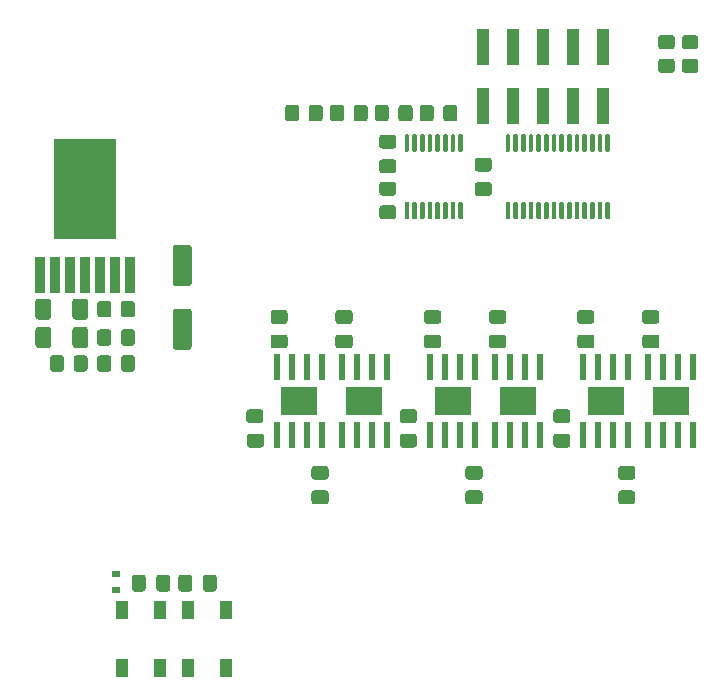
<source format=gtp>
G04 #@! TF.GenerationSoftware,KiCad,Pcbnew,(5.1.10)-1*
G04 #@! TF.CreationDate,2021-06-06T14:26:22+02:00*
G04 #@! TF.ProjectId,ww2020,77773230-3230-42e6-9b69-6361645f7063,rev?*
G04 #@! TF.SameCoordinates,Original*
G04 #@! TF.FileFunction,Paste,Top*
G04 #@! TF.FilePolarity,Positive*
%FSLAX46Y46*%
G04 Gerber Fmt 4.6, Leading zero omitted, Abs format (unit mm)*
G04 Created by KiCad (PCBNEW (5.1.10)-1) date 2021-06-06 14:26:22*
%MOMM*%
%LPD*%
G01*
G04 APERTURE LIST*
%ADD10R,1.000000X3.150000*%
%ADD11R,0.890000X3.060000*%
%ADD12R,5.350000X8.540000*%
%ADD13R,0.500000X2.200000*%
%ADD14R,3.100000X2.400000*%
%ADD15R,0.700000X0.600000*%
%ADD16R,1.000000X1.500000*%
G04 APERTURE END LIST*
G36*
G01*
X132418600Y-54775000D02*
X132218600Y-54775000D01*
G75*
G02*
X132118600Y-54675000I0J100000D01*
G01*
X132118600Y-53400000D01*
G75*
G02*
X132218600Y-53300000I100000J0D01*
G01*
X132418600Y-53300000D01*
G75*
G02*
X132518600Y-53400000I0J-100000D01*
G01*
X132518600Y-54675000D01*
G75*
G02*
X132418600Y-54775000I-100000J0D01*
G01*
G37*
G36*
G01*
X133068600Y-54775000D02*
X132868600Y-54775000D01*
G75*
G02*
X132768600Y-54675000I0J100000D01*
G01*
X132768600Y-53400000D01*
G75*
G02*
X132868600Y-53300000I100000J0D01*
G01*
X133068600Y-53300000D01*
G75*
G02*
X133168600Y-53400000I0J-100000D01*
G01*
X133168600Y-54675000D01*
G75*
G02*
X133068600Y-54775000I-100000J0D01*
G01*
G37*
G36*
G01*
X133718600Y-54775000D02*
X133518600Y-54775000D01*
G75*
G02*
X133418600Y-54675000I0J100000D01*
G01*
X133418600Y-53400000D01*
G75*
G02*
X133518600Y-53300000I100000J0D01*
G01*
X133718600Y-53300000D01*
G75*
G02*
X133818600Y-53400000I0J-100000D01*
G01*
X133818600Y-54675000D01*
G75*
G02*
X133718600Y-54775000I-100000J0D01*
G01*
G37*
G36*
G01*
X134368600Y-54775000D02*
X134168600Y-54775000D01*
G75*
G02*
X134068600Y-54675000I0J100000D01*
G01*
X134068600Y-53400000D01*
G75*
G02*
X134168600Y-53300000I100000J0D01*
G01*
X134368600Y-53300000D01*
G75*
G02*
X134468600Y-53400000I0J-100000D01*
G01*
X134468600Y-54675000D01*
G75*
G02*
X134368600Y-54775000I-100000J0D01*
G01*
G37*
G36*
G01*
X135018600Y-54775000D02*
X134818600Y-54775000D01*
G75*
G02*
X134718600Y-54675000I0J100000D01*
G01*
X134718600Y-53400000D01*
G75*
G02*
X134818600Y-53300000I100000J0D01*
G01*
X135018600Y-53300000D01*
G75*
G02*
X135118600Y-53400000I0J-100000D01*
G01*
X135118600Y-54675000D01*
G75*
G02*
X135018600Y-54775000I-100000J0D01*
G01*
G37*
G36*
G01*
X135668600Y-54775000D02*
X135468600Y-54775000D01*
G75*
G02*
X135368600Y-54675000I0J100000D01*
G01*
X135368600Y-53400000D01*
G75*
G02*
X135468600Y-53300000I100000J0D01*
G01*
X135668600Y-53300000D01*
G75*
G02*
X135768600Y-53400000I0J-100000D01*
G01*
X135768600Y-54675000D01*
G75*
G02*
X135668600Y-54775000I-100000J0D01*
G01*
G37*
G36*
G01*
X136318600Y-54775000D02*
X136118600Y-54775000D01*
G75*
G02*
X136018600Y-54675000I0J100000D01*
G01*
X136018600Y-53400000D01*
G75*
G02*
X136118600Y-53300000I100000J0D01*
G01*
X136318600Y-53300000D01*
G75*
G02*
X136418600Y-53400000I0J-100000D01*
G01*
X136418600Y-54675000D01*
G75*
G02*
X136318600Y-54775000I-100000J0D01*
G01*
G37*
G36*
G01*
X136968600Y-54775000D02*
X136768600Y-54775000D01*
G75*
G02*
X136668600Y-54675000I0J100000D01*
G01*
X136668600Y-53400000D01*
G75*
G02*
X136768600Y-53300000I100000J0D01*
G01*
X136968600Y-53300000D01*
G75*
G02*
X137068600Y-53400000I0J-100000D01*
G01*
X137068600Y-54675000D01*
G75*
G02*
X136968600Y-54775000I-100000J0D01*
G01*
G37*
G36*
G01*
X136968600Y-60500000D02*
X136768600Y-60500000D01*
G75*
G02*
X136668600Y-60400000I0J100000D01*
G01*
X136668600Y-59125000D01*
G75*
G02*
X136768600Y-59025000I100000J0D01*
G01*
X136968600Y-59025000D01*
G75*
G02*
X137068600Y-59125000I0J-100000D01*
G01*
X137068600Y-60400000D01*
G75*
G02*
X136968600Y-60500000I-100000J0D01*
G01*
G37*
G36*
G01*
X136318600Y-60500000D02*
X136118600Y-60500000D01*
G75*
G02*
X136018600Y-60400000I0J100000D01*
G01*
X136018600Y-59125000D01*
G75*
G02*
X136118600Y-59025000I100000J0D01*
G01*
X136318600Y-59025000D01*
G75*
G02*
X136418600Y-59125000I0J-100000D01*
G01*
X136418600Y-60400000D01*
G75*
G02*
X136318600Y-60500000I-100000J0D01*
G01*
G37*
G36*
G01*
X135668600Y-60500000D02*
X135468600Y-60500000D01*
G75*
G02*
X135368600Y-60400000I0J100000D01*
G01*
X135368600Y-59125000D01*
G75*
G02*
X135468600Y-59025000I100000J0D01*
G01*
X135668600Y-59025000D01*
G75*
G02*
X135768600Y-59125000I0J-100000D01*
G01*
X135768600Y-60400000D01*
G75*
G02*
X135668600Y-60500000I-100000J0D01*
G01*
G37*
G36*
G01*
X135018600Y-60500000D02*
X134818600Y-60500000D01*
G75*
G02*
X134718600Y-60400000I0J100000D01*
G01*
X134718600Y-59125000D01*
G75*
G02*
X134818600Y-59025000I100000J0D01*
G01*
X135018600Y-59025000D01*
G75*
G02*
X135118600Y-59125000I0J-100000D01*
G01*
X135118600Y-60400000D01*
G75*
G02*
X135018600Y-60500000I-100000J0D01*
G01*
G37*
G36*
G01*
X134368600Y-60500000D02*
X134168600Y-60500000D01*
G75*
G02*
X134068600Y-60400000I0J100000D01*
G01*
X134068600Y-59125000D01*
G75*
G02*
X134168600Y-59025000I100000J0D01*
G01*
X134368600Y-59025000D01*
G75*
G02*
X134468600Y-59125000I0J-100000D01*
G01*
X134468600Y-60400000D01*
G75*
G02*
X134368600Y-60500000I-100000J0D01*
G01*
G37*
G36*
G01*
X133718600Y-60500000D02*
X133518600Y-60500000D01*
G75*
G02*
X133418600Y-60400000I0J100000D01*
G01*
X133418600Y-59125000D01*
G75*
G02*
X133518600Y-59025000I100000J0D01*
G01*
X133718600Y-59025000D01*
G75*
G02*
X133818600Y-59125000I0J-100000D01*
G01*
X133818600Y-60400000D01*
G75*
G02*
X133718600Y-60500000I-100000J0D01*
G01*
G37*
G36*
G01*
X133068600Y-60500000D02*
X132868600Y-60500000D01*
G75*
G02*
X132768600Y-60400000I0J100000D01*
G01*
X132768600Y-59125000D01*
G75*
G02*
X132868600Y-59025000I100000J0D01*
G01*
X133068600Y-59025000D01*
G75*
G02*
X133168600Y-59125000I0J-100000D01*
G01*
X133168600Y-60400000D01*
G75*
G02*
X133068600Y-60500000I-100000J0D01*
G01*
G37*
G36*
G01*
X132418600Y-60500000D02*
X132218600Y-60500000D01*
G75*
G02*
X132118600Y-60400000I0J100000D01*
G01*
X132118600Y-59125000D01*
G75*
G02*
X132218600Y-59025000I100000J0D01*
G01*
X132418600Y-59025000D01*
G75*
G02*
X132518600Y-59125000I0J-100000D01*
G01*
X132518600Y-60400000D01*
G75*
G02*
X132418600Y-60500000I-100000J0D01*
G01*
G37*
D10*
X148945600Y-45875000D03*
X148945600Y-50925000D03*
X146405600Y-45875000D03*
X146405600Y-50925000D03*
X143865600Y-45875000D03*
X143865600Y-50925000D03*
X141325600Y-45875000D03*
X141325600Y-50925000D03*
X138785600Y-45875000D03*
X138785600Y-50925000D03*
G36*
G01*
X140975000Y-54775000D02*
X140775000Y-54775000D01*
G75*
G02*
X140675000Y-54675000I0J100000D01*
G01*
X140675000Y-53400000D01*
G75*
G02*
X140775000Y-53300000I100000J0D01*
G01*
X140975000Y-53300000D01*
G75*
G02*
X141075000Y-53400000I0J-100000D01*
G01*
X141075000Y-54675000D01*
G75*
G02*
X140975000Y-54775000I-100000J0D01*
G01*
G37*
G36*
G01*
X141625000Y-54775000D02*
X141425000Y-54775000D01*
G75*
G02*
X141325000Y-54675000I0J100000D01*
G01*
X141325000Y-53400000D01*
G75*
G02*
X141425000Y-53300000I100000J0D01*
G01*
X141625000Y-53300000D01*
G75*
G02*
X141725000Y-53400000I0J-100000D01*
G01*
X141725000Y-54675000D01*
G75*
G02*
X141625000Y-54775000I-100000J0D01*
G01*
G37*
G36*
G01*
X142275000Y-54775000D02*
X142075000Y-54775000D01*
G75*
G02*
X141975000Y-54675000I0J100000D01*
G01*
X141975000Y-53400000D01*
G75*
G02*
X142075000Y-53300000I100000J0D01*
G01*
X142275000Y-53300000D01*
G75*
G02*
X142375000Y-53400000I0J-100000D01*
G01*
X142375000Y-54675000D01*
G75*
G02*
X142275000Y-54775000I-100000J0D01*
G01*
G37*
G36*
G01*
X142925000Y-54775000D02*
X142725000Y-54775000D01*
G75*
G02*
X142625000Y-54675000I0J100000D01*
G01*
X142625000Y-53400000D01*
G75*
G02*
X142725000Y-53300000I100000J0D01*
G01*
X142925000Y-53300000D01*
G75*
G02*
X143025000Y-53400000I0J-100000D01*
G01*
X143025000Y-54675000D01*
G75*
G02*
X142925000Y-54775000I-100000J0D01*
G01*
G37*
G36*
G01*
X143575000Y-54775000D02*
X143375000Y-54775000D01*
G75*
G02*
X143275000Y-54675000I0J100000D01*
G01*
X143275000Y-53400000D01*
G75*
G02*
X143375000Y-53300000I100000J0D01*
G01*
X143575000Y-53300000D01*
G75*
G02*
X143675000Y-53400000I0J-100000D01*
G01*
X143675000Y-54675000D01*
G75*
G02*
X143575000Y-54775000I-100000J0D01*
G01*
G37*
G36*
G01*
X144225000Y-54775000D02*
X144025000Y-54775000D01*
G75*
G02*
X143925000Y-54675000I0J100000D01*
G01*
X143925000Y-53400000D01*
G75*
G02*
X144025000Y-53300000I100000J0D01*
G01*
X144225000Y-53300000D01*
G75*
G02*
X144325000Y-53400000I0J-100000D01*
G01*
X144325000Y-54675000D01*
G75*
G02*
X144225000Y-54775000I-100000J0D01*
G01*
G37*
G36*
G01*
X144875000Y-54775000D02*
X144675000Y-54775000D01*
G75*
G02*
X144575000Y-54675000I0J100000D01*
G01*
X144575000Y-53400000D01*
G75*
G02*
X144675000Y-53300000I100000J0D01*
G01*
X144875000Y-53300000D01*
G75*
G02*
X144975000Y-53400000I0J-100000D01*
G01*
X144975000Y-54675000D01*
G75*
G02*
X144875000Y-54775000I-100000J0D01*
G01*
G37*
G36*
G01*
X145525000Y-54775000D02*
X145325000Y-54775000D01*
G75*
G02*
X145225000Y-54675000I0J100000D01*
G01*
X145225000Y-53400000D01*
G75*
G02*
X145325000Y-53300000I100000J0D01*
G01*
X145525000Y-53300000D01*
G75*
G02*
X145625000Y-53400000I0J-100000D01*
G01*
X145625000Y-54675000D01*
G75*
G02*
X145525000Y-54775000I-100000J0D01*
G01*
G37*
G36*
G01*
X146175000Y-54775000D02*
X145975000Y-54775000D01*
G75*
G02*
X145875000Y-54675000I0J100000D01*
G01*
X145875000Y-53400000D01*
G75*
G02*
X145975000Y-53300000I100000J0D01*
G01*
X146175000Y-53300000D01*
G75*
G02*
X146275000Y-53400000I0J-100000D01*
G01*
X146275000Y-54675000D01*
G75*
G02*
X146175000Y-54775000I-100000J0D01*
G01*
G37*
G36*
G01*
X146825000Y-54775000D02*
X146625000Y-54775000D01*
G75*
G02*
X146525000Y-54675000I0J100000D01*
G01*
X146525000Y-53400000D01*
G75*
G02*
X146625000Y-53300000I100000J0D01*
G01*
X146825000Y-53300000D01*
G75*
G02*
X146925000Y-53400000I0J-100000D01*
G01*
X146925000Y-54675000D01*
G75*
G02*
X146825000Y-54775000I-100000J0D01*
G01*
G37*
G36*
G01*
X147475000Y-54775000D02*
X147275000Y-54775000D01*
G75*
G02*
X147175000Y-54675000I0J100000D01*
G01*
X147175000Y-53400000D01*
G75*
G02*
X147275000Y-53300000I100000J0D01*
G01*
X147475000Y-53300000D01*
G75*
G02*
X147575000Y-53400000I0J-100000D01*
G01*
X147575000Y-54675000D01*
G75*
G02*
X147475000Y-54775000I-100000J0D01*
G01*
G37*
G36*
G01*
X148125000Y-54775000D02*
X147925000Y-54775000D01*
G75*
G02*
X147825000Y-54675000I0J100000D01*
G01*
X147825000Y-53400000D01*
G75*
G02*
X147925000Y-53300000I100000J0D01*
G01*
X148125000Y-53300000D01*
G75*
G02*
X148225000Y-53400000I0J-100000D01*
G01*
X148225000Y-54675000D01*
G75*
G02*
X148125000Y-54775000I-100000J0D01*
G01*
G37*
G36*
G01*
X148775000Y-54775000D02*
X148575000Y-54775000D01*
G75*
G02*
X148475000Y-54675000I0J100000D01*
G01*
X148475000Y-53400000D01*
G75*
G02*
X148575000Y-53300000I100000J0D01*
G01*
X148775000Y-53300000D01*
G75*
G02*
X148875000Y-53400000I0J-100000D01*
G01*
X148875000Y-54675000D01*
G75*
G02*
X148775000Y-54775000I-100000J0D01*
G01*
G37*
G36*
G01*
X149425000Y-54775000D02*
X149225000Y-54775000D01*
G75*
G02*
X149125000Y-54675000I0J100000D01*
G01*
X149125000Y-53400000D01*
G75*
G02*
X149225000Y-53300000I100000J0D01*
G01*
X149425000Y-53300000D01*
G75*
G02*
X149525000Y-53400000I0J-100000D01*
G01*
X149525000Y-54675000D01*
G75*
G02*
X149425000Y-54775000I-100000J0D01*
G01*
G37*
G36*
G01*
X149425000Y-60500000D02*
X149225000Y-60500000D01*
G75*
G02*
X149125000Y-60400000I0J100000D01*
G01*
X149125000Y-59125000D01*
G75*
G02*
X149225000Y-59025000I100000J0D01*
G01*
X149425000Y-59025000D01*
G75*
G02*
X149525000Y-59125000I0J-100000D01*
G01*
X149525000Y-60400000D01*
G75*
G02*
X149425000Y-60500000I-100000J0D01*
G01*
G37*
G36*
G01*
X148775000Y-60500000D02*
X148575000Y-60500000D01*
G75*
G02*
X148475000Y-60400000I0J100000D01*
G01*
X148475000Y-59125000D01*
G75*
G02*
X148575000Y-59025000I100000J0D01*
G01*
X148775000Y-59025000D01*
G75*
G02*
X148875000Y-59125000I0J-100000D01*
G01*
X148875000Y-60400000D01*
G75*
G02*
X148775000Y-60500000I-100000J0D01*
G01*
G37*
G36*
G01*
X148125000Y-60500000D02*
X147925000Y-60500000D01*
G75*
G02*
X147825000Y-60400000I0J100000D01*
G01*
X147825000Y-59125000D01*
G75*
G02*
X147925000Y-59025000I100000J0D01*
G01*
X148125000Y-59025000D01*
G75*
G02*
X148225000Y-59125000I0J-100000D01*
G01*
X148225000Y-60400000D01*
G75*
G02*
X148125000Y-60500000I-100000J0D01*
G01*
G37*
G36*
G01*
X147475000Y-60500000D02*
X147275000Y-60500000D01*
G75*
G02*
X147175000Y-60400000I0J100000D01*
G01*
X147175000Y-59125000D01*
G75*
G02*
X147275000Y-59025000I100000J0D01*
G01*
X147475000Y-59025000D01*
G75*
G02*
X147575000Y-59125000I0J-100000D01*
G01*
X147575000Y-60400000D01*
G75*
G02*
X147475000Y-60500000I-100000J0D01*
G01*
G37*
G36*
G01*
X146825000Y-60500000D02*
X146625000Y-60500000D01*
G75*
G02*
X146525000Y-60400000I0J100000D01*
G01*
X146525000Y-59125000D01*
G75*
G02*
X146625000Y-59025000I100000J0D01*
G01*
X146825000Y-59025000D01*
G75*
G02*
X146925000Y-59125000I0J-100000D01*
G01*
X146925000Y-60400000D01*
G75*
G02*
X146825000Y-60500000I-100000J0D01*
G01*
G37*
G36*
G01*
X146175000Y-60500000D02*
X145975000Y-60500000D01*
G75*
G02*
X145875000Y-60400000I0J100000D01*
G01*
X145875000Y-59125000D01*
G75*
G02*
X145975000Y-59025000I100000J0D01*
G01*
X146175000Y-59025000D01*
G75*
G02*
X146275000Y-59125000I0J-100000D01*
G01*
X146275000Y-60400000D01*
G75*
G02*
X146175000Y-60500000I-100000J0D01*
G01*
G37*
G36*
G01*
X145525000Y-60500000D02*
X145325000Y-60500000D01*
G75*
G02*
X145225000Y-60400000I0J100000D01*
G01*
X145225000Y-59125000D01*
G75*
G02*
X145325000Y-59025000I100000J0D01*
G01*
X145525000Y-59025000D01*
G75*
G02*
X145625000Y-59125000I0J-100000D01*
G01*
X145625000Y-60400000D01*
G75*
G02*
X145525000Y-60500000I-100000J0D01*
G01*
G37*
G36*
G01*
X144875000Y-60500000D02*
X144675000Y-60500000D01*
G75*
G02*
X144575000Y-60400000I0J100000D01*
G01*
X144575000Y-59125000D01*
G75*
G02*
X144675000Y-59025000I100000J0D01*
G01*
X144875000Y-59025000D01*
G75*
G02*
X144975000Y-59125000I0J-100000D01*
G01*
X144975000Y-60400000D01*
G75*
G02*
X144875000Y-60500000I-100000J0D01*
G01*
G37*
G36*
G01*
X144225000Y-60500000D02*
X144025000Y-60500000D01*
G75*
G02*
X143925000Y-60400000I0J100000D01*
G01*
X143925000Y-59125000D01*
G75*
G02*
X144025000Y-59025000I100000J0D01*
G01*
X144225000Y-59025000D01*
G75*
G02*
X144325000Y-59125000I0J-100000D01*
G01*
X144325000Y-60400000D01*
G75*
G02*
X144225000Y-60500000I-100000J0D01*
G01*
G37*
G36*
G01*
X143575000Y-60500000D02*
X143375000Y-60500000D01*
G75*
G02*
X143275000Y-60400000I0J100000D01*
G01*
X143275000Y-59125000D01*
G75*
G02*
X143375000Y-59025000I100000J0D01*
G01*
X143575000Y-59025000D01*
G75*
G02*
X143675000Y-59125000I0J-100000D01*
G01*
X143675000Y-60400000D01*
G75*
G02*
X143575000Y-60500000I-100000J0D01*
G01*
G37*
G36*
G01*
X142925000Y-60500000D02*
X142725000Y-60500000D01*
G75*
G02*
X142625000Y-60400000I0J100000D01*
G01*
X142625000Y-59125000D01*
G75*
G02*
X142725000Y-59025000I100000J0D01*
G01*
X142925000Y-59025000D01*
G75*
G02*
X143025000Y-59125000I0J-100000D01*
G01*
X143025000Y-60400000D01*
G75*
G02*
X142925000Y-60500000I-100000J0D01*
G01*
G37*
G36*
G01*
X142275000Y-60500000D02*
X142075000Y-60500000D01*
G75*
G02*
X141975000Y-60400000I0J100000D01*
G01*
X141975000Y-59125000D01*
G75*
G02*
X142075000Y-59025000I100000J0D01*
G01*
X142275000Y-59025000D01*
G75*
G02*
X142375000Y-59125000I0J-100000D01*
G01*
X142375000Y-60400000D01*
G75*
G02*
X142275000Y-60500000I-100000J0D01*
G01*
G37*
G36*
G01*
X141625000Y-60500000D02*
X141425000Y-60500000D01*
G75*
G02*
X141325000Y-60400000I0J100000D01*
G01*
X141325000Y-59125000D01*
G75*
G02*
X141425000Y-59025000I100000J0D01*
G01*
X141625000Y-59025000D01*
G75*
G02*
X141725000Y-59125000I0J-100000D01*
G01*
X141725000Y-60400000D01*
G75*
G02*
X141625000Y-60500000I-100000J0D01*
G01*
G37*
G36*
G01*
X140975000Y-60500000D02*
X140775000Y-60500000D01*
G75*
G02*
X140675000Y-60400000I0J100000D01*
G01*
X140675000Y-59125000D01*
G75*
G02*
X140775000Y-59025000I100000J0D01*
G01*
X140975000Y-59025000D01*
G75*
G02*
X141075000Y-59125000I0J-100000D01*
G01*
X141075000Y-60400000D01*
G75*
G02*
X140975000Y-60500000I-100000J0D01*
G01*
G37*
G36*
G01*
X104000000Y-71150001D02*
X104000000Y-69849999D01*
G75*
G02*
X104249999Y-69600000I249999J0D01*
G01*
X105075001Y-69600000D01*
G75*
G02*
X105325000Y-69849999I0J-249999D01*
G01*
X105325000Y-71150001D01*
G75*
G02*
X105075001Y-71400000I-249999J0D01*
G01*
X104249999Y-71400000D01*
G75*
G02*
X104000000Y-71150001I0J249999D01*
G01*
G37*
G36*
G01*
X100875000Y-71150001D02*
X100875000Y-69849999D01*
G75*
G02*
X101124999Y-69600000I249999J0D01*
G01*
X101950001Y-69600000D01*
G75*
G02*
X102200000Y-69849999I0J-249999D01*
G01*
X102200000Y-71150001D01*
G75*
G02*
X101950001Y-71400000I-249999J0D01*
G01*
X101124999Y-71400000D01*
G75*
G02*
X100875000Y-71150001I0J249999D01*
G01*
G37*
G36*
G01*
X154750001Y-46100000D02*
X153849999Y-46100000D01*
G75*
G02*
X153600000Y-45850001I0J249999D01*
G01*
X153600000Y-45149999D01*
G75*
G02*
X153849999Y-44900000I249999J0D01*
G01*
X154750001Y-44900000D01*
G75*
G02*
X155000000Y-45149999I0J-249999D01*
G01*
X155000000Y-45850001D01*
G75*
G02*
X154750001Y-46100000I-249999J0D01*
G01*
G37*
G36*
G01*
X154750001Y-48100000D02*
X153849999Y-48100000D01*
G75*
G02*
X153600000Y-47850001I0J249999D01*
G01*
X153600000Y-47149999D01*
G75*
G02*
X153849999Y-46900000I249999J0D01*
G01*
X154750001Y-46900000D01*
G75*
G02*
X155000000Y-47149999I0J-249999D01*
G01*
X155000000Y-47850001D01*
G75*
G02*
X154750001Y-48100000I-249999J0D01*
G01*
G37*
D11*
X101290000Y-65200000D03*
X102560000Y-65200000D03*
X103830000Y-65200000D03*
X105100000Y-65200000D03*
X106370000Y-65200000D03*
X108910000Y-65200000D03*
X107640000Y-65200000D03*
D12*
X105100000Y-57895000D03*
D13*
X156575000Y-78775000D03*
X155305000Y-78775000D03*
X154035000Y-78775000D03*
X152765000Y-78775000D03*
X152765000Y-73025000D03*
X154035000Y-73025000D03*
X155305000Y-73025000D03*
X156575000Y-73025000D03*
D14*
X154670000Y-75900000D03*
D13*
X151075000Y-78775000D03*
X149805000Y-78775000D03*
X148535000Y-78775000D03*
X147265000Y-78775000D03*
X147265000Y-73025000D03*
X148535000Y-73025000D03*
X149805000Y-73025000D03*
X151075000Y-73025000D03*
D14*
X149170000Y-75900000D03*
D13*
X143605000Y-78775000D03*
X142335000Y-78775000D03*
X141065000Y-78775000D03*
X139795000Y-78775000D03*
X139795000Y-73025000D03*
X141065000Y-73025000D03*
X142335000Y-73025000D03*
X143605000Y-73025000D03*
D14*
X141700000Y-75900000D03*
D13*
X138105000Y-78775000D03*
X136835000Y-78775000D03*
X135565000Y-78775000D03*
X134295000Y-78775000D03*
X134295000Y-73025000D03*
X135565000Y-73025000D03*
X136835000Y-73025000D03*
X138105000Y-73025000D03*
D14*
X136200000Y-75900000D03*
D13*
X130605000Y-78775000D03*
X129335000Y-78775000D03*
X128065000Y-78775000D03*
X126795000Y-78775000D03*
X126795000Y-73025000D03*
X128065000Y-73025000D03*
X129335000Y-73025000D03*
X130605000Y-73025000D03*
D14*
X128700000Y-75900000D03*
G36*
G01*
X153445000Y-69350000D02*
X152495000Y-69350000D01*
G75*
G02*
X152245000Y-69100000I0J250000D01*
G01*
X152245000Y-68425000D01*
G75*
G02*
X152495000Y-68175000I250000J0D01*
G01*
X153445000Y-68175000D01*
G75*
G02*
X153695000Y-68425000I0J-250000D01*
G01*
X153695000Y-69100000D01*
G75*
G02*
X153445000Y-69350000I-250000J0D01*
G01*
G37*
G36*
G01*
X153445000Y-71425000D02*
X152495000Y-71425000D01*
G75*
G02*
X152245000Y-71175000I0J250000D01*
G01*
X152245000Y-70500000D01*
G75*
G02*
X152495000Y-70250000I250000J0D01*
G01*
X153445000Y-70250000D01*
G75*
G02*
X153695000Y-70500000I0J-250000D01*
G01*
X153695000Y-71175000D01*
G75*
G02*
X153445000Y-71425000I-250000J0D01*
G01*
G37*
G36*
G01*
X147945000Y-69350000D02*
X146995000Y-69350000D01*
G75*
G02*
X146745000Y-69100000I0J250000D01*
G01*
X146745000Y-68425000D01*
G75*
G02*
X146995000Y-68175000I250000J0D01*
G01*
X147945000Y-68175000D01*
G75*
G02*
X148195000Y-68425000I0J-250000D01*
G01*
X148195000Y-69100000D01*
G75*
G02*
X147945000Y-69350000I-250000J0D01*
G01*
G37*
G36*
G01*
X147945000Y-71425000D02*
X146995000Y-71425000D01*
G75*
G02*
X146745000Y-71175000I0J250000D01*
G01*
X146745000Y-70500000D01*
G75*
G02*
X146995000Y-70250000I250000J0D01*
G01*
X147945000Y-70250000D01*
G75*
G02*
X148195000Y-70500000I0J-250000D01*
G01*
X148195000Y-71175000D01*
G75*
G02*
X147945000Y-71425000I-250000J0D01*
G01*
G37*
G36*
G01*
X140475000Y-69350000D02*
X139525000Y-69350000D01*
G75*
G02*
X139275000Y-69100000I0J250000D01*
G01*
X139275000Y-68425000D01*
G75*
G02*
X139525000Y-68175000I250000J0D01*
G01*
X140475000Y-68175000D01*
G75*
G02*
X140725000Y-68425000I0J-250000D01*
G01*
X140725000Y-69100000D01*
G75*
G02*
X140475000Y-69350000I-250000J0D01*
G01*
G37*
G36*
G01*
X140475000Y-71425000D02*
X139525000Y-71425000D01*
G75*
G02*
X139275000Y-71175000I0J250000D01*
G01*
X139275000Y-70500000D01*
G75*
G02*
X139525000Y-70250000I250000J0D01*
G01*
X140475000Y-70250000D01*
G75*
G02*
X140725000Y-70500000I0J-250000D01*
G01*
X140725000Y-71175000D01*
G75*
G02*
X140475000Y-71425000I-250000J0D01*
G01*
G37*
G36*
G01*
X134975000Y-69350000D02*
X134025000Y-69350000D01*
G75*
G02*
X133775000Y-69100000I0J250000D01*
G01*
X133775000Y-68425000D01*
G75*
G02*
X134025000Y-68175000I250000J0D01*
G01*
X134975000Y-68175000D01*
G75*
G02*
X135225000Y-68425000I0J-250000D01*
G01*
X135225000Y-69100000D01*
G75*
G02*
X134975000Y-69350000I-250000J0D01*
G01*
G37*
G36*
G01*
X134975000Y-71425000D02*
X134025000Y-71425000D01*
G75*
G02*
X133775000Y-71175000I0J250000D01*
G01*
X133775000Y-70500000D01*
G75*
G02*
X134025000Y-70250000I250000J0D01*
G01*
X134975000Y-70250000D01*
G75*
G02*
X135225000Y-70500000I0J-250000D01*
G01*
X135225000Y-71175000D01*
G75*
G02*
X134975000Y-71425000I-250000J0D01*
G01*
G37*
G36*
G01*
X127475000Y-69350000D02*
X126525000Y-69350000D01*
G75*
G02*
X126275000Y-69100000I0J250000D01*
G01*
X126275000Y-68425000D01*
G75*
G02*
X126525000Y-68175000I250000J0D01*
G01*
X127475000Y-68175000D01*
G75*
G02*
X127725000Y-68425000I0J-250000D01*
G01*
X127725000Y-69100000D01*
G75*
G02*
X127475000Y-69350000I-250000J0D01*
G01*
G37*
G36*
G01*
X127475000Y-71425000D02*
X126525000Y-71425000D01*
G75*
G02*
X126275000Y-71175000I0J250000D01*
G01*
X126275000Y-70500000D01*
G75*
G02*
X126525000Y-70250000I250000J0D01*
G01*
X127475000Y-70250000D01*
G75*
G02*
X127725000Y-70500000I0J-250000D01*
G01*
X127725000Y-71175000D01*
G75*
G02*
X127475000Y-71425000I-250000J0D01*
G01*
G37*
G36*
G01*
X151405000Y-82550000D02*
X150455000Y-82550000D01*
G75*
G02*
X150205000Y-82300000I0J250000D01*
G01*
X150205000Y-81625000D01*
G75*
G02*
X150455000Y-81375000I250000J0D01*
G01*
X151405000Y-81375000D01*
G75*
G02*
X151655000Y-81625000I0J-250000D01*
G01*
X151655000Y-82300000D01*
G75*
G02*
X151405000Y-82550000I-250000J0D01*
G01*
G37*
G36*
G01*
X151405000Y-84625000D02*
X150455000Y-84625000D01*
G75*
G02*
X150205000Y-84375000I0J250000D01*
G01*
X150205000Y-83700000D01*
G75*
G02*
X150455000Y-83450000I250000J0D01*
G01*
X151405000Y-83450000D01*
G75*
G02*
X151655000Y-83700000I0J-250000D01*
G01*
X151655000Y-84375000D01*
G75*
G02*
X151405000Y-84625000I-250000J0D01*
G01*
G37*
G36*
G01*
X145915000Y-77750000D02*
X144965000Y-77750000D01*
G75*
G02*
X144715000Y-77500000I0J250000D01*
G01*
X144715000Y-76825000D01*
G75*
G02*
X144965000Y-76575000I250000J0D01*
G01*
X145915000Y-76575000D01*
G75*
G02*
X146165000Y-76825000I0J-250000D01*
G01*
X146165000Y-77500000D01*
G75*
G02*
X145915000Y-77750000I-250000J0D01*
G01*
G37*
G36*
G01*
X145915000Y-79825000D02*
X144965000Y-79825000D01*
G75*
G02*
X144715000Y-79575000I0J250000D01*
G01*
X144715000Y-78900000D01*
G75*
G02*
X144965000Y-78650000I250000J0D01*
G01*
X145915000Y-78650000D01*
G75*
G02*
X146165000Y-78900000I0J-250000D01*
G01*
X146165000Y-79575000D01*
G75*
G02*
X145915000Y-79825000I-250000J0D01*
G01*
G37*
G36*
G01*
X138475000Y-82550000D02*
X137525000Y-82550000D01*
G75*
G02*
X137275000Y-82300000I0J250000D01*
G01*
X137275000Y-81625000D01*
G75*
G02*
X137525000Y-81375000I250000J0D01*
G01*
X138475000Y-81375000D01*
G75*
G02*
X138725000Y-81625000I0J-250000D01*
G01*
X138725000Y-82300000D01*
G75*
G02*
X138475000Y-82550000I-250000J0D01*
G01*
G37*
G36*
G01*
X138475000Y-84625000D02*
X137525000Y-84625000D01*
G75*
G02*
X137275000Y-84375000I0J250000D01*
G01*
X137275000Y-83700000D01*
G75*
G02*
X137525000Y-83450000I250000J0D01*
G01*
X138475000Y-83450000D01*
G75*
G02*
X138725000Y-83700000I0J-250000D01*
G01*
X138725000Y-84375000D01*
G75*
G02*
X138475000Y-84625000I-250000J0D01*
G01*
G37*
G36*
G01*
X132925000Y-77750000D02*
X131975000Y-77750000D01*
G75*
G02*
X131725000Y-77500000I0J250000D01*
G01*
X131725000Y-76825000D01*
G75*
G02*
X131975000Y-76575000I250000J0D01*
G01*
X132925000Y-76575000D01*
G75*
G02*
X133175000Y-76825000I0J-250000D01*
G01*
X133175000Y-77500000D01*
G75*
G02*
X132925000Y-77750000I-250000J0D01*
G01*
G37*
G36*
G01*
X132925000Y-79825000D02*
X131975000Y-79825000D01*
G75*
G02*
X131725000Y-79575000I0J250000D01*
G01*
X131725000Y-78900000D01*
G75*
G02*
X131975000Y-78650000I250000J0D01*
G01*
X132925000Y-78650000D01*
G75*
G02*
X133175000Y-78900000I0J-250000D01*
G01*
X133175000Y-79575000D01*
G75*
G02*
X132925000Y-79825000I-250000J0D01*
G01*
G37*
G36*
G01*
X125443000Y-82550000D02*
X124493000Y-82550000D01*
G75*
G02*
X124243000Y-82300000I0J250000D01*
G01*
X124243000Y-81625000D01*
G75*
G02*
X124493000Y-81375000I250000J0D01*
G01*
X125443000Y-81375000D01*
G75*
G02*
X125693000Y-81625000I0J-250000D01*
G01*
X125693000Y-82300000D01*
G75*
G02*
X125443000Y-82550000I-250000J0D01*
G01*
G37*
G36*
G01*
X125443000Y-84625000D02*
X124493000Y-84625000D01*
G75*
G02*
X124243000Y-84375000I0J250000D01*
G01*
X124243000Y-83700000D01*
G75*
G02*
X124493000Y-83450000I250000J0D01*
G01*
X125443000Y-83450000D01*
G75*
G02*
X125693000Y-83700000I0J-250000D01*
G01*
X125693000Y-84375000D01*
G75*
G02*
X125443000Y-84625000I-250000J0D01*
G01*
G37*
G36*
G01*
X112750000Y-68050000D02*
X113850000Y-68050000D01*
G75*
G02*
X114100000Y-68300000I0J-250000D01*
G01*
X114100000Y-71300000D01*
G75*
G02*
X113850000Y-71550000I-250000J0D01*
G01*
X112750000Y-71550000D01*
G75*
G02*
X112500000Y-71300000I0J250000D01*
G01*
X112500000Y-68300000D01*
G75*
G02*
X112750000Y-68050000I250000J0D01*
G01*
G37*
G36*
G01*
X112750000Y-62650000D02*
X113850000Y-62650000D01*
G75*
G02*
X114100000Y-62900000I0J-250000D01*
G01*
X114100000Y-65900000D01*
G75*
G02*
X113850000Y-66150000I-250000J0D01*
G01*
X112750000Y-66150000D01*
G75*
G02*
X112500000Y-65900000I0J250000D01*
G01*
X112500000Y-62900000D01*
G75*
G02*
X112750000Y-62650000I250000J0D01*
G01*
G37*
G36*
G01*
X107300000Y-70049999D02*
X107300000Y-70950001D01*
G75*
G02*
X107050001Y-71200000I-249999J0D01*
G01*
X106349999Y-71200000D01*
G75*
G02*
X106100000Y-70950001I0J249999D01*
G01*
X106100000Y-70049999D01*
G75*
G02*
X106349999Y-69800000I249999J0D01*
G01*
X107050001Y-69800000D01*
G75*
G02*
X107300000Y-70049999I0J-249999D01*
G01*
G37*
G36*
G01*
X109300000Y-70049999D02*
X109300000Y-70950001D01*
G75*
G02*
X109050001Y-71200000I-249999J0D01*
G01*
X108349999Y-71200000D01*
G75*
G02*
X108100000Y-70950001I0J249999D01*
G01*
X108100000Y-70049999D01*
G75*
G02*
X108349999Y-69800000I249999J0D01*
G01*
X109050001Y-69800000D01*
G75*
G02*
X109300000Y-70049999I0J-249999D01*
G01*
G37*
G36*
G01*
X108100000Y-68550001D02*
X108100000Y-67649999D01*
G75*
G02*
X108349999Y-67400000I249999J0D01*
G01*
X109050001Y-67400000D01*
G75*
G02*
X109300000Y-67649999I0J-249999D01*
G01*
X109300000Y-68550001D01*
G75*
G02*
X109050001Y-68800000I-249999J0D01*
G01*
X108349999Y-68800000D01*
G75*
G02*
X108100000Y-68550001I0J249999D01*
G01*
G37*
G36*
G01*
X106100000Y-68550001D02*
X106100000Y-67649999D01*
G75*
G02*
X106349999Y-67400000I249999J0D01*
G01*
X107050001Y-67400000D01*
G75*
G02*
X107300000Y-67649999I0J-249999D01*
G01*
X107300000Y-68550001D01*
G75*
G02*
X107050001Y-68800000I-249999J0D01*
G01*
X106349999Y-68800000D01*
G75*
G02*
X106100000Y-68550001I0J249999D01*
G01*
G37*
G36*
G01*
X131168600Y-54512500D02*
X130218600Y-54512500D01*
G75*
G02*
X129968600Y-54262500I0J250000D01*
G01*
X129968600Y-53587500D01*
G75*
G02*
X130218600Y-53337500I250000J0D01*
G01*
X131168600Y-53337500D01*
G75*
G02*
X131418600Y-53587500I0J-250000D01*
G01*
X131418600Y-54262500D01*
G75*
G02*
X131168600Y-54512500I-250000J0D01*
G01*
G37*
G36*
G01*
X131168600Y-56587500D02*
X130218600Y-56587500D01*
G75*
G02*
X129968600Y-56337500I0J250000D01*
G01*
X129968600Y-55662500D01*
G75*
G02*
X130218600Y-55412500I250000J0D01*
G01*
X131168600Y-55412500D01*
G75*
G02*
X131418600Y-55662500I0J-250000D01*
G01*
X131418600Y-56337500D01*
G75*
G02*
X131168600Y-56587500I-250000J0D01*
G01*
G37*
G36*
G01*
X104000000Y-68750001D02*
X104000000Y-67449999D01*
G75*
G02*
X104249999Y-67200000I249999J0D01*
G01*
X105075001Y-67200000D01*
G75*
G02*
X105325000Y-67449999I0J-249999D01*
G01*
X105325000Y-68750001D01*
G75*
G02*
X105075001Y-69000000I-249999J0D01*
G01*
X104249999Y-69000000D01*
G75*
G02*
X104000000Y-68750001I0J249999D01*
G01*
G37*
G36*
G01*
X100875000Y-68750001D02*
X100875000Y-67449999D01*
G75*
G02*
X101124999Y-67200000I249999J0D01*
G01*
X101950001Y-67200000D01*
G75*
G02*
X102200000Y-67449999I0J-249999D01*
G01*
X102200000Y-68750001D01*
G75*
G02*
X101950001Y-69000000I-249999J0D01*
G01*
X101124999Y-69000000D01*
G75*
G02*
X100875000Y-68750001I0J249999D01*
G01*
G37*
G36*
G01*
X108100000Y-73150001D02*
X108100000Y-72249999D01*
G75*
G02*
X108349999Y-72000000I249999J0D01*
G01*
X109050001Y-72000000D01*
G75*
G02*
X109300000Y-72249999I0J-249999D01*
G01*
X109300000Y-73150001D01*
G75*
G02*
X109050001Y-73400000I-249999J0D01*
G01*
X108349999Y-73400000D01*
G75*
G02*
X108100000Y-73150001I0J249999D01*
G01*
G37*
G36*
G01*
X106100000Y-73150001D02*
X106100000Y-72249999D01*
G75*
G02*
X106349999Y-72000000I249999J0D01*
G01*
X107050001Y-72000000D01*
G75*
G02*
X107300000Y-72249999I0J-249999D01*
G01*
X107300000Y-73150001D01*
G75*
G02*
X107050001Y-73400000I-249999J0D01*
G01*
X106349999Y-73400000D01*
G75*
G02*
X106100000Y-73150001I0J249999D01*
G01*
G37*
G36*
G01*
X104100000Y-73150001D02*
X104100000Y-72249999D01*
G75*
G02*
X104349999Y-72000000I249999J0D01*
G01*
X105050001Y-72000000D01*
G75*
G02*
X105300000Y-72249999I0J-249999D01*
G01*
X105300000Y-73150001D01*
G75*
G02*
X105050001Y-73400000I-249999J0D01*
G01*
X104349999Y-73400000D01*
G75*
G02*
X104100000Y-73150001I0J249999D01*
G01*
G37*
G36*
G01*
X102100000Y-73150001D02*
X102100000Y-72249999D01*
G75*
G02*
X102349999Y-72000000I249999J0D01*
G01*
X103050001Y-72000000D01*
G75*
G02*
X103300000Y-72249999I0J-249999D01*
G01*
X103300000Y-73150001D01*
G75*
G02*
X103050001Y-73400000I-249999J0D01*
G01*
X102349999Y-73400000D01*
G75*
G02*
X102100000Y-73150001I0J249999D01*
G01*
G37*
D15*
X107700000Y-91900000D03*
X107700000Y-90500000D03*
G36*
G01*
X130243599Y-59300000D02*
X131143601Y-59300000D01*
G75*
G02*
X131393600Y-59549999I0J-249999D01*
G01*
X131393600Y-60250001D01*
G75*
G02*
X131143601Y-60500000I-249999J0D01*
G01*
X130243599Y-60500000D01*
G75*
G02*
X129993600Y-60250001I0J249999D01*
G01*
X129993600Y-59549999D01*
G75*
G02*
X130243599Y-59300000I249999J0D01*
G01*
G37*
G36*
G01*
X130243599Y-57300000D02*
X131143601Y-57300000D01*
G75*
G02*
X131393600Y-57549999I0J-249999D01*
G01*
X131393600Y-58250001D01*
G75*
G02*
X131143601Y-58500000I-249999J0D01*
G01*
X130243599Y-58500000D01*
G75*
G02*
X129993600Y-58250001I0J249999D01*
G01*
X129993600Y-57549999D01*
G75*
G02*
X130243599Y-57300000I249999J0D01*
G01*
G37*
D13*
X125105000Y-78775000D03*
X123835000Y-78775000D03*
X122565000Y-78775000D03*
X121295000Y-78775000D03*
X121295000Y-73025000D03*
X122565000Y-73025000D03*
X123835000Y-73025000D03*
X125105000Y-73025000D03*
D14*
X123200000Y-75900000D03*
G36*
G01*
X121975000Y-69350000D02*
X121025000Y-69350000D01*
G75*
G02*
X120775000Y-69100000I0J250000D01*
G01*
X120775000Y-68425000D01*
G75*
G02*
X121025000Y-68175000I250000J0D01*
G01*
X121975000Y-68175000D01*
G75*
G02*
X122225000Y-68425000I0J-250000D01*
G01*
X122225000Y-69100000D01*
G75*
G02*
X121975000Y-69350000I-250000J0D01*
G01*
G37*
G36*
G01*
X121975000Y-71425000D02*
X121025000Y-71425000D01*
G75*
G02*
X120775000Y-71175000I0J250000D01*
G01*
X120775000Y-70500000D01*
G75*
G02*
X121025000Y-70250000I250000J0D01*
G01*
X121975000Y-70250000D01*
G75*
G02*
X122225000Y-70500000I0J-250000D01*
G01*
X122225000Y-71175000D01*
G75*
G02*
X121975000Y-71425000I-250000J0D01*
G01*
G37*
G36*
G01*
X119925000Y-77750000D02*
X118975000Y-77750000D01*
G75*
G02*
X118725000Y-77500000I0J250000D01*
G01*
X118725000Y-76825000D01*
G75*
G02*
X118975000Y-76575000I250000J0D01*
G01*
X119925000Y-76575000D01*
G75*
G02*
X120175000Y-76825000I0J-250000D01*
G01*
X120175000Y-77500000D01*
G75*
G02*
X119925000Y-77750000I-250000J0D01*
G01*
G37*
G36*
G01*
X119974725Y-79825000D02*
X119025275Y-79825000D01*
G75*
G02*
X118775000Y-79574725I0J250275D01*
G01*
X118775000Y-78900275D01*
G75*
G02*
X119025275Y-78650000I250275J0D01*
G01*
X119974725Y-78650000D01*
G75*
G02*
X120225000Y-78900275I0J-250275D01*
G01*
X120225000Y-79574725D01*
G75*
G02*
X119974725Y-79825000I-250275J0D01*
G01*
G37*
G36*
G01*
X130800000Y-51049999D02*
X130800000Y-51950001D01*
G75*
G02*
X130550001Y-52200000I-249999J0D01*
G01*
X129849999Y-52200000D01*
G75*
G02*
X129600000Y-51950001I0J249999D01*
G01*
X129600000Y-51049999D01*
G75*
G02*
X129849999Y-50800000I249999J0D01*
G01*
X130550001Y-50800000D01*
G75*
G02*
X130800000Y-51049999I0J-249999D01*
G01*
G37*
G36*
G01*
X132800000Y-51049999D02*
X132800000Y-51950001D01*
G75*
G02*
X132550001Y-52200000I-249999J0D01*
G01*
X131849999Y-52200000D01*
G75*
G02*
X131600000Y-51950001I0J249999D01*
G01*
X131600000Y-51049999D01*
G75*
G02*
X131849999Y-50800000I249999J0D01*
G01*
X132550001Y-50800000D01*
G75*
G02*
X132800000Y-51049999I0J-249999D01*
G01*
G37*
G36*
G01*
X135400000Y-51950001D02*
X135400000Y-51049999D01*
G75*
G02*
X135649999Y-50800000I249999J0D01*
G01*
X136350001Y-50800000D01*
G75*
G02*
X136600000Y-51049999I0J-249999D01*
G01*
X136600000Y-51950001D01*
G75*
G02*
X136350001Y-52200000I-249999J0D01*
G01*
X135649999Y-52200000D01*
G75*
G02*
X135400000Y-51950001I0J249999D01*
G01*
G37*
G36*
G01*
X133400000Y-51950001D02*
X133400000Y-51049999D01*
G75*
G02*
X133649999Y-50800000I249999J0D01*
G01*
X134350001Y-50800000D01*
G75*
G02*
X134600000Y-51049999I0J-249999D01*
G01*
X134600000Y-51950001D01*
G75*
G02*
X134350001Y-52200000I-249999J0D01*
G01*
X133649999Y-52200000D01*
G75*
G02*
X133400000Y-51950001I0J249999D01*
G01*
G37*
G36*
G01*
X138310600Y-57346000D02*
X139260600Y-57346000D01*
G75*
G02*
X139510600Y-57596000I0J-250000D01*
G01*
X139510600Y-58271000D01*
G75*
G02*
X139260600Y-58521000I-250000J0D01*
G01*
X138310600Y-58521000D01*
G75*
G02*
X138060600Y-58271000I0J250000D01*
G01*
X138060600Y-57596000D01*
G75*
G02*
X138310600Y-57346000I250000J0D01*
G01*
G37*
G36*
G01*
X138310600Y-55271000D02*
X139260600Y-55271000D01*
G75*
G02*
X139510600Y-55521000I0J-250000D01*
G01*
X139510600Y-56196000D01*
G75*
G02*
X139260600Y-56446000I-250000J0D01*
G01*
X138310600Y-56446000D01*
G75*
G02*
X138060600Y-56196000I0J250000D01*
G01*
X138060600Y-55521000D01*
G75*
G02*
X138310600Y-55271000I250000J0D01*
G01*
G37*
D16*
X113800000Y-98450000D03*
X117000000Y-98450000D03*
X113800000Y-93550000D03*
X117000000Y-93550000D03*
X108200000Y-98450000D03*
X111400000Y-98450000D03*
X108200000Y-93550000D03*
X111400000Y-93550000D03*
G36*
G01*
X115050000Y-91775000D02*
X115050000Y-90825000D01*
G75*
G02*
X115300000Y-90575000I250000J0D01*
G01*
X115975000Y-90575000D01*
G75*
G02*
X116225000Y-90825000I0J-250000D01*
G01*
X116225000Y-91775000D01*
G75*
G02*
X115975000Y-92025000I-250000J0D01*
G01*
X115300000Y-92025000D01*
G75*
G02*
X115050000Y-91775000I0J250000D01*
G01*
G37*
G36*
G01*
X112975000Y-91775000D02*
X112975000Y-90825000D01*
G75*
G02*
X113225000Y-90575000I250000J0D01*
G01*
X113900000Y-90575000D01*
G75*
G02*
X114150000Y-90825000I0J-250000D01*
G01*
X114150000Y-91775000D01*
G75*
G02*
X113900000Y-92025000I-250000J0D01*
G01*
X113225000Y-92025000D01*
G75*
G02*
X112975000Y-91775000I0J250000D01*
G01*
G37*
G36*
G01*
X111112500Y-91775000D02*
X111112500Y-90825000D01*
G75*
G02*
X111362500Y-90575000I250000J0D01*
G01*
X112037500Y-90575000D01*
G75*
G02*
X112287500Y-90825000I0J-250000D01*
G01*
X112287500Y-91775000D01*
G75*
G02*
X112037500Y-92025000I-250000J0D01*
G01*
X111362500Y-92025000D01*
G75*
G02*
X111112500Y-91775000I0J250000D01*
G01*
G37*
G36*
G01*
X109037500Y-91775000D02*
X109037500Y-90825000D01*
G75*
G02*
X109287500Y-90575000I250000J0D01*
G01*
X109962500Y-90575000D01*
G75*
G02*
X110212500Y-90825000I0J-250000D01*
G01*
X110212500Y-91775000D01*
G75*
G02*
X109962500Y-92025000I-250000J0D01*
G01*
X109287500Y-92025000D01*
G75*
G02*
X109037500Y-91775000I0J250000D01*
G01*
G37*
G36*
G01*
X156750001Y-46100000D02*
X155849999Y-46100000D01*
G75*
G02*
X155600000Y-45850001I0J249999D01*
G01*
X155600000Y-45149999D01*
G75*
G02*
X155849999Y-44900000I249999J0D01*
G01*
X156750001Y-44900000D01*
G75*
G02*
X157000000Y-45149999I0J-249999D01*
G01*
X157000000Y-45850001D01*
G75*
G02*
X156750001Y-46100000I-249999J0D01*
G01*
G37*
G36*
G01*
X156750001Y-48100000D02*
X155849999Y-48100000D01*
G75*
G02*
X155600000Y-47850001I0J249999D01*
G01*
X155600000Y-47149999D01*
G75*
G02*
X155849999Y-46900000I249999J0D01*
G01*
X156750001Y-46900000D01*
G75*
G02*
X157000000Y-47149999I0J-249999D01*
G01*
X157000000Y-47850001D01*
G75*
G02*
X156750001Y-48100000I-249999J0D01*
G01*
G37*
G36*
G01*
X127000000Y-51049999D02*
X127000000Y-51950001D01*
G75*
G02*
X126750001Y-52200000I-249999J0D01*
G01*
X126049999Y-52200000D01*
G75*
G02*
X125800000Y-51950001I0J249999D01*
G01*
X125800000Y-51049999D01*
G75*
G02*
X126049999Y-50800000I249999J0D01*
G01*
X126750001Y-50800000D01*
G75*
G02*
X127000000Y-51049999I0J-249999D01*
G01*
G37*
G36*
G01*
X129000000Y-51049999D02*
X129000000Y-51950001D01*
G75*
G02*
X128750001Y-52200000I-249999J0D01*
G01*
X128049999Y-52200000D01*
G75*
G02*
X127800000Y-51950001I0J249999D01*
G01*
X127800000Y-51049999D01*
G75*
G02*
X128049999Y-50800000I249999J0D01*
G01*
X128750001Y-50800000D01*
G75*
G02*
X129000000Y-51049999I0J-249999D01*
G01*
G37*
G36*
G01*
X124000000Y-51950001D02*
X124000000Y-51049999D01*
G75*
G02*
X124249999Y-50800000I249999J0D01*
G01*
X124950001Y-50800000D01*
G75*
G02*
X125200000Y-51049999I0J-249999D01*
G01*
X125200000Y-51950001D01*
G75*
G02*
X124950001Y-52200000I-249999J0D01*
G01*
X124249999Y-52200000D01*
G75*
G02*
X124000000Y-51950001I0J249999D01*
G01*
G37*
G36*
G01*
X122000000Y-51950001D02*
X122000000Y-51049999D01*
G75*
G02*
X122249999Y-50800000I249999J0D01*
G01*
X122950001Y-50800000D01*
G75*
G02*
X123200000Y-51049999I0J-249999D01*
G01*
X123200000Y-51950001D01*
G75*
G02*
X122950001Y-52200000I-249999J0D01*
G01*
X122249999Y-52200000D01*
G75*
G02*
X122000000Y-51950001I0J249999D01*
G01*
G37*
M02*

</source>
